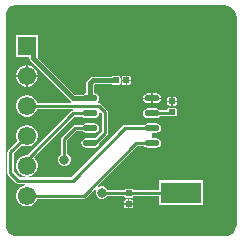
<source format=gbr>
%FSTAX23Y23*%
%MOIN*%
%SFA1B1*%

%IPPOS*%
%AMD10*
4,1,8,0.008400,0.009800,-0.008400,0.009800,-0.010800,0.007400,-0.010800,-0.007400,-0.008400,-0.009800,0.008400,-0.009800,0.010800,-0.007400,0.010800,0.007400,0.008400,0.009800,0.0*
1,1,0.004921,0.008400,0.007400*
1,1,0.004921,-0.008400,0.007400*
1,1,0.004921,-0.008400,-0.007400*
1,1,0.004921,0.008400,-0.007400*
%
%AMD12*
4,1,8,-0.009800,0.008400,-0.009800,-0.008400,-0.007400,-0.010800,0.007400,-0.010800,0.009800,-0.008400,0.009800,0.008400,0.007400,0.010800,-0.007400,0.010800,-0.009800,0.008400,0.0*
1,1,0.004921,-0.007400,0.008400*
1,1,0.004921,-0.007400,-0.008400*
1,1,0.004921,0.007400,-0.008400*
1,1,0.004921,0.007400,0.008400*
%
G04~CAMADD=10~8~0.0~0.0~216.5~196.9~24.6~0.0~15~0.0~0.0~0.0~0.0~0~0.0~0.0~0.0~0.0~0~0.0~0.0~0.0~0.0~216.5~196.9*
%ADD10D10*%
%ADD11R,0.135039X0.070079*%
G04~CAMADD=12~8~0.0~0.0~216.5~196.9~24.6~0.0~15~0.0~0.0~0.0~0.0~0~0.0~0.0~0.0~0.0~0~0.0~0.0~0.0~90.0~196.0~216.0*
%ADD12D12*%
%ADD13O,0.049212X0.021654*%
%ADD14C,0.010000*%
%ADD15C,0.015000*%
%ADD16R,0.061024X0.061024*%
%ADD17C,0.061024*%
%ADD18C,0.023622*%
%ADD19C,0.031496*%
%LNpcb1_copper_signal_top-1*%
%LPD*%
G36*
X00355Y00384D02*
X00363Y0038D01*
X0037Y00376*
X00376Y0037*
X0038Y00363*
X00384Y00355*
X00385Y00347*
Y00343*
Y-00343*
Y-00347*
X00384Y-00355*
X0038Y-00363*
X00376Y-0037*
X0037Y-00376*
X00363Y-0038*
X00355Y-00384*
X00347Y-00385*
X-00347*
X-00355Y-00384*
X-00363Y-0038*
X-0037Y-00376*
X-00376Y-0037*
X-0038Y-00363*
X-00384Y-00355*
X-00385Y-00347*
Y-00343*
Y00351*
Y00354*
X-00384Y00361*
X-00381Y00367*
X-00378Y00373*
X-00373Y00378*
X-00367Y00381*
X-00361Y00384*
X-00354Y00385*
X00347*
X00355Y00384*
G37*
%LNpcb1_copper_signal_top-2*%
%LPC*%
G36*
X-0031Y00185D02*
X-00312D01*
Y00152*
X-00279*
Y00154*
X-00281Y00163*
X-00286Y00171*
X-00293Y00178*
X-00301Y00183*
X-0031Y00185*
G37*
G36*
X-00317D02*
X-00319D01*
X-00328Y00183*
X-00336Y00178*
X-00343Y00171*
X-00348Y00163*
X-0035Y00154*
Y00152*
X-00317*
Y00185*
G37*
G36*
X00025Y0015D02*
X0002D01*
Y00137*
X00032*
Y00143*
X00032Y00146*
X0003Y00148*
X00028Y0015*
X00025Y0015*
G37*
G36*
X00015D02*
X0001D01*
X00007Y0015*
X00004Y00148*
X00003Y00146*
X00002Y00143*
Y00137*
X00015*
Y0015*
G37*
G36*
X00032Y00132D02*
X0002D01*
Y00119*
X00025*
X00028Y00119*
X0003Y00121*
X00032Y00123*
X00032Y00126*
Y00132*
G37*
G36*
X00015D02*
X00002D01*
Y00126*
X00003Y00123*
X00004Y00121*
X00007Y00119*
X0001Y00119*
X00015*
Y00132*
G37*
G36*
X-00279Y00285D02*
X-0035D01*
Y00214*
X-00306*
Y00208*
X-00305Y00203*
X-00302Y00199*
X-00169Y00065*
X-00167Y00065*
X-00169Y0006*
X-0028*
X-00281Y00063*
X-00286Y00071*
X-00293Y00078*
X-00301Y00083*
X-0031Y00085*
X-00319*
X-00328Y00083*
X-00336Y00078*
X-00343Y00071*
X-00348Y00063*
X-0035Y00054*
Y00045*
X-00348Y00036*
X-00343Y00028*
X-00336Y00021*
X-00328Y00016*
X-00319Y00014*
X-0031*
X-00301Y00016*
X-00293Y00021*
X-00286Y00028*
X-00281Y00036*
X-0028Y00039*
X-00162*
X-00161Y00034*
X-00163Y00034*
X-00167Y00032*
X-00312Y-00113*
X-00313Y-00114*
X-00319*
X-00328Y-00116*
X-00336Y-00121*
X-00343Y-00128*
X-00348Y-00136*
X-0035Y-00145*
Y-00154*
X-00348Y-00163*
X-00343Y-00171*
X-00336Y-00178*
X-00328Y-00183*
X-00322Y-00184*
X-00322Y-00189*
X-00339*
X-00359Y-00169*
Y-00109*
X-00331Y-00081*
X-00328Y-00083*
X-00319Y-00085*
X-0031*
X-00301Y-00083*
X-00293Y-00078*
X-00286Y-00071*
X-00281Y-00063*
X-00279Y-00054*
Y-00045*
X-00281Y-00036*
X-00286Y-00028*
X-00293Y-00021*
X-00301Y-00016*
X-0031Y-00014*
X-00319*
X-00328Y-00016*
X-00336Y-00021*
X-00343Y-00028*
X-00348Y-00036*
X-0035Y-00045*
Y-00054*
X-00348Y-00063*
X-00346Y-00066*
X-00377Y-00097*
X-00379Y-00101*
X-0038Y-00105*
Y-00174*
X-00379Y-00178*
X-00377Y-00181*
X-00351Y-00207*
X-00348Y-00209*
X-00344Y-0021*
X-00322*
X-00322Y-00215*
X-00328Y-00216*
X-00336Y-00221*
X-00343Y-00228*
X-00348Y-00236*
X-0035Y-00245*
Y-00254*
X-00348Y-00263*
X-00343Y-00271*
X-00336Y-00278*
X-00328Y-00283*
X-00319Y-00285*
X-0031*
X-00301Y-00283*
X-00293Y-00278*
X-00286Y-00271*
X-00281Y-00263*
X-0028Y-0026*
X-00125*
X-00121Y-00259*
X-00117Y-00257*
X-00087Y-00226*
X-00083Y-00229*
X-00085Y-00235*
Y-00244*
X-00082Y-00251*
X-00076Y-00257*
X-00069Y-0026*
X-0006*
X-00053Y-00257*
X-00047Y-00251*
X-00047Y-00251*
X00009*
X00009Y-00252*
X00011Y-00255*
X00013Y-00256*
X00016Y-00257*
X00033*
X00036Y-00256*
X00038Y-00255*
X0004Y-00252*
X0004Y-00252*
X00127*
Y-0028*
X00272*
Y-00199*
X00127*
Y-00232*
X0004*
X0004Y-00231*
X00038Y-00229*
X00036Y-00227*
X00033Y-00227*
X00016*
X00013Y-00227*
X00011Y-00229*
X0001Y-0023*
X-00046*
X-00047Y-00228*
X-00053Y-00222*
X-0006Y-00219*
X-00069*
X-00075Y-00221*
X-00078Y-00217*
X00054Y-00085*
X00077*
X00078Y-00086*
X00083Y-00089*
X00089Y-00091*
X00117*
X00123Y-00089*
X00128Y-00086*
X00132Y-00081*
X00133Y-00075*
X00132Y-00068*
X00128Y-00063*
X00123Y-0006*
X00117Y-00058*
X00103*
Y-00041*
X00117*
X00123Y-00039*
X00128Y-00036*
X00132Y-00031*
X00133Y-00025*
X00132Y-00018*
X00128Y-00013*
X00123Y-0001*
X00117Y-00008*
X00089*
X00083Y-0001*
X00078Y-00013*
X00077Y-00014*
X00012*
X00008Y-00015*
X00004Y-00017*
X-00167Y-00189*
X-00307*
X-00307Y-00184*
X-00301Y-00183*
X-00293Y-00178*
X-00286Y-00171*
X-00281Y-00163*
X-00279Y-00154*
Y-00145*
X-00281Y-00136*
X-00286Y-00128*
X-00292Y-00122*
X-00155Y00014*
X-00129*
X-00128Y00013*
X-00123Y0001*
X-00117Y00008*
X-00089*
X-00083Y0001*
X-00078Y00013*
X-00074Y00018*
X-00073Y00025*
X-00073Y00026*
X-00069Y00028*
X-00065Y00024*
Y-00036*
X-00088Y-00059*
X-00089Y-00058*
X-00117*
X-00123Y-0006*
X-00128Y-00063*
X-00132Y-00068*
X-00133Y-00075*
X-00132Y-00081*
X-00128Y-00086*
X-00123Y-00089*
X-00117Y-00091*
X-00089*
X-00083Y-00089*
X-00078Y-00086*
X-00074Y-00081*
X-00073Y-00075*
X-00073Y-00073*
X-00047Y-00047*
X-00045Y-00044*
X-00044Y-0004*
Y00029*
X-00045Y00033*
X-00047Y00036*
X-00068Y00057*
X-00071Y00059*
X-00074Y0006*
X-00075Y0006*
X-00076Y00062*
X-00077Y00065*
X-00074Y00068*
X-00073Y00075*
X-00074Y00081*
X-00078Y00086*
X-00083Y00089*
X-00089Y00091*
X-0009*
Y0012*
X-00089Y00122*
X-00031*
X-0003Y00121*
X-00028Y00119*
X-00025Y00119*
X-0001*
X-00007Y00119*
X-00004Y00121*
X-00003Y00123*
X-00002Y00126*
Y00143*
X-00003Y00146*
X-00004Y00148*
X-00007Y0015*
X-0001Y0015*
X-00025*
X-00028Y0015*
X-0003Y00148*
X-00031Y00147*
X-00094*
X-00099Y00146*
X-00103Y00144*
X-00112Y00135*
X-00115Y00131*
X-00116Y00126*
Y00091*
X-00117*
X-00123Y00089*
X-00126Y00087*
X-00154*
X-00277Y0021*
X-00279Y00214*
Y00285*
G37*
G36*
Y00147D02*
X-00312D01*
Y00114*
X-0031*
X-00301Y00116*
X-00293Y00121*
X-00286Y00128*
X-00281Y00136*
X-00279Y00145*
Y00147*
G37*
G36*
X-00317D02*
X-0035D01*
Y00145*
X-00348Y00136*
X-00343Y00128*
X-00336Y00121*
X-00328Y00116*
X-00319Y00114*
X-00317*
Y00147*
G37*
G36*
X00117Y00091D02*
X00105D01*
Y00077*
X00132*
X00132Y00081*
X00128Y00086*
X00123Y00089*
X00117Y00091*
G37*
G36*
X001D02*
X00089D01*
X00083Y00089*
X00078Y00086*
X00074Y00081*
X00073Y00077*
X001*
Y00091*
G37*
G36*
X00178Y0008D02*
X00172D01*
Y00067*
X00185*
Y00072*
X00185Y00075*
X00183Y00078*
X00181Y00079*
X00178Y0008*
G37*
G36*
X00167D02*
X00161D01*
X00158Y00079*
X00156Y00078*
X00154Y00075*
X00154Y00072*
Y00067*
X00167*
Y0008*
G37*
G36*
X00132Y00072D02*
X00105D01*
Y00058*
X00117*
X00123Y0006*
X00128Y00063*
X00132Y00068*
X00132Y00072*
G37*
G36*
X001D02*
X00073D01*
X00074Y00068*
X00078Y00063*
X00083Y0006*
X00089Y00058*
X001*
Y00072*
G37*
G36*
X00185Y00062D02*
X00172D01*
Y0005*
X00178*
X00181Y00051*
X00183Y00052*
X00185Y00055*
X00185Y00058*
Y00062*
G37*
G36*
X00167D02*
X00154D01*
Y00058*
X00154Y00055*
X00156Y00052*
X00158Y00051*
X00161Y0005*
X00167*
Y00062*
G37*
G36*
X00178Y00044D02*
X00161D01*
X00158Y00044*
X00156Y00042*
X00154Y0004*
X00154Y00037*
X00127*
X00123Y00039*
X00117Y00041*
X00089*
X00083Y00039*
X00078Y00036*
X00074Y00031*
X00073Y00025*
X00074Y00018*
X00078Y00013*
X00083Y0001*
X00089Y00008*
X00117*
X00123Y0001*
X00128Y00013*
X0013Y00017*
X00156*
X00158Y00015*
X00161Y00015*
X00178*
X00181Y00015*
X00183Y00017*
X00185Y00019*
X00185Y00022*
Y00037*
X00185Y0004*
X00183Y00042*
X00181Y00044*
X00178Y00044*
G37*
G36*
X-00089Y-00008D02*
X-00117D01*
X-00123Y-0001*
X-00128Y-00013*
X-00129Y-00014*
X-00155*
X-00158Y-00015*
X-00162Y-00017*
X-00198Y-00053*
X-002Y-00056*
X-00201Y-0006*
Y-00112*
X-00201Y-00112*
X-00207Y-00118*
X-0021Y-00125*
Y-00134*
X-00207Y-00141*
X-00201Y-00147*
X-00194Y-0015*
X-00185*
X-00178Y-00147*
X-00172Y-00141*
X-00169Y-00134*
Y-00125*
X-00172Y-00118*
X-00178Y-00112*
X-0018Y-00111*
Y-00065*
X-0015Y-00035*
X-00129*
X-00128Y-00036*
X-00123Y-00039*
X-00117Y-00041*
X-00089*
X-00083Y-00039*
X-00078Y-00036*
X-00074Y-00031*
X-00073Y-00025*
X-00074Y-00018*
X-00078Y-00013*
X-00083Y-0001*
X-00089Y-00008*
G37*
G36*
X00033Y-00262D02*
X00027D01*
Y-00275*
X0004*
Y-0027*
X0004Y-00267*
X00038Y-00264*
X00036Y-00263*
X00033Y-00262*
G37*
G36*
X00022D02*
X00016D01*
X00013Y-00263*
X00011Y-00264*
X00009Y-00267*
X00009Y-0027*
Y-00275*
X00022*
Y-00262*
G37*
G36*
X0004Y-0028D02*
X00027D01*
Y-00292*
X00033*
X00036Y-00292*
X00038Y-0029*
X0004Y-00288*
X0004Y-00285*
Y-0028*
G37*
G36*
X00022D02*
X00009D01*
Y-00285*
X00009Y-00288*
X00011Y-0029*
X00013Y-00292*
X00016Y-00292*
X00022*
Y-0028*
G37*
%LNpcb1_copper_signal_top-3*%
%LPD*%
G54D10*
X00025Y-00242D03*
Y-00277D03*
X0017Y0003D03*
Y00065D03*
G54D11*
X002Y-0024D03*
G54D12*
X00017Y00135D03*
X-00017D03*
G54D13*
X-00103Y00075D03*
Y00025D03*
Y-00025D03*
Y-00075D03*
X00103Y00075D03*
Y00025D03*
Y-00025D03*
Y-00075D03*
G54D14*
X-00162Y-002D02*
X00012Y-00025D01*
X-00344Y-002D02*
X-00162D01*
X-0037Y-00174D02*
X-00344Y-002D01*
X-0037Y-00105D02*
X-00315Y-0005D01*
X-0037Y-00174D02*
Y-00105D01*
X00012Y-00025D02*
X00103D01*
X-00055Y-0004D02*
Y00029D01*
X-00089Y-00075D02*
X-00055Y-0004D01*
X-00105Y-00077D02*
X-00103Y-00075D01*
X-00089*
X-00075Y0005D02*
X-00055Y00029D01*
X-00315Y0005D02*
X-00075D01*
X-00315Y-0015D02*
X-00305Y-0014D01*
Y-0012*
X-0016Y00025*
X-00315Y-0025D02*
X-00125D01*
X0005Y-00075D02*
X00103D01*
X-00125Y-0025D02*
X0005Y-00075D01*
X-00065Y-0024D02*
X-00063Y-00241D01*
X00023*
X00025Y-00242*
X00197*
X002Y-0024*
X-0019Y-00129D02*
X-0019Y-0013D01*
X-0019Y-00129D02*
Y-0006D01*
X-00155Y-00025D02*
X-00103D01*
X-0019Y-0006D02*
X-00155Y-00025D01*
X00105Y00027D02*
X00167D01*
X00103Y00025D02*
X00105Y00027D01*
X00167D02*
X0017Y0003D01*
X-0016Y00025D02*
X-00103D01*
G54D15*
X-0016Y00075D02*
X-00103D01*
X-00293Y00208D02*
X-0016Y00075D01*
X-00315Y0025D02*
X-00293Y00228D01*
Y00208D02*
Y00228D01*
X-00103Y00075D02*
Y00126D01*
X-00094Y00135D02*
X-00017D01*
X-00103Y00126D02*
X-00094Y00135D01*
G54D16*
X-00315Y0025D03*
G54D17*
X-00315Y0015D03*
Y0005D03*
Y-0005D03*
Y-0015D03*
Y-0025D03*
G54D18*
X-00207Y00023D03*
X-00204Y-00319D03*
X-00236Y003D03*
X-00244Y-00109D03*
X-00129Y-00134D03*
X00146Y-00055D03*
X00303Y00259D03*
X00264Y0018D03*
X00303Y00102D03*
X00264Y00023D03*
X00303Y-00055D03*
X00264Y-00134D03*
X00225Y00259D03*
X00185Y0018D03*
X00225Y00102D03*
Y-00055D03*
X00185Y-00134D03*
X00146Y00259D03*
X00106Y0018D03*
X00146Y00102D03*
X00067Y00259D03*
X00028Y0018D03*
X-00011Y00259D03*
X-0005Y0018D03*
X-00089Y00259D03*
X-00129Y0018D03*
Y-00291D03*
X-00168Y00259D03*
X-00207Y0018D03*
X-00247Y00102D03*
G54D19*
X-00065Y-0024D03*
X-0019Y-0013D03*
M02*
</source>
